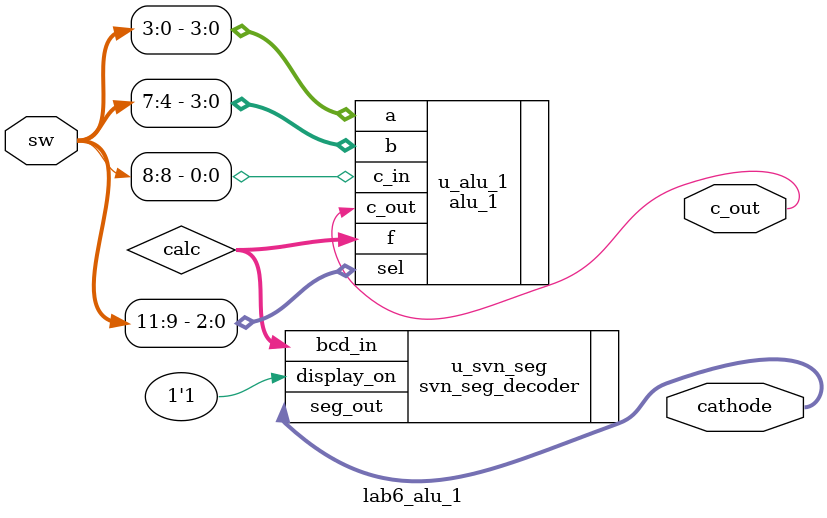
<source format=sv>
`timescale 1ns / 1ps
module lab6_alu_1 (
	output logic c_out,
	output logic [6:0] cathode,
	input logic [11:0] sw
	);
	
	// enter your code here
	logic [3:0] calc;
	
alu_1 u_alu_1 ( .f(calc) , .c_out(c_out) , .sel(sw[11:9]) , .a(sw[3:0]) , .b(sw[7:4]), .c_in(sw[8])  );
svn_seg_decoder u_svn_seg(.seg_out(cathode), .display_on(1'b1), .bcd_in(calc));

endmodule

</source>
